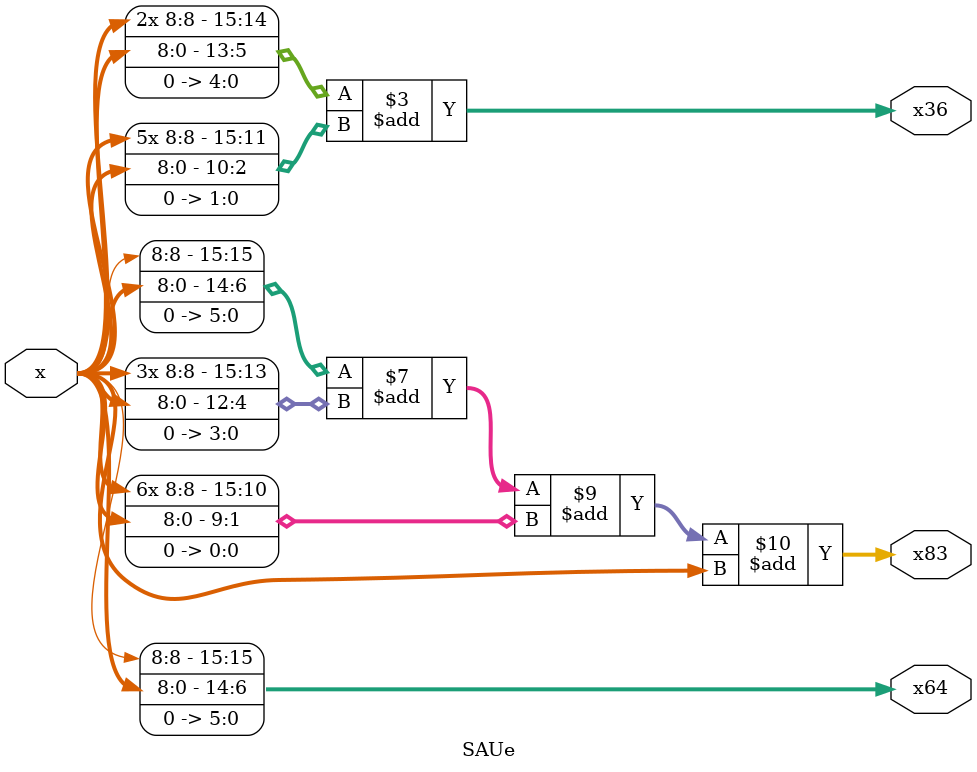
<source format=v>
module SAUe(
input signed [8:0] x,
output signed [15:0] x36,x64,x83

);

	assign x36 = (x << 5) + (x << 2);
	assign x64 = (x << 6);
	assign x83 = (x << 6) + (x << 4) + (x << 1) + x;
	
endmodule
</source>
